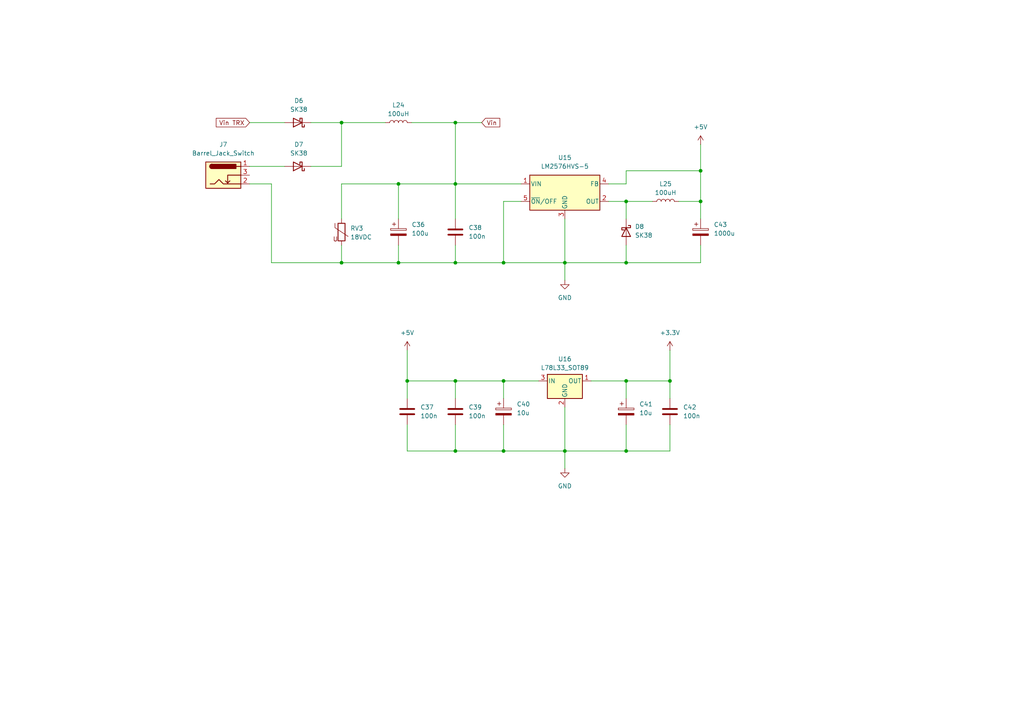
<source format=kicad_sch>
(kicad_sch (version 20231120) (generator "eeschema") (generator_version "8.0")
  (paper "A4")
  (title_block (rev "0.1"))
  (lib_symbols
    (symbol "Connector:Barrel_Jack_Switch" (pin_names hide)
      (property "Reference" "J" (at 0 5.334 0))
      (property "Value" "Barrel_Jack_Switch" (at 0 -5.08 0))
      (symbol "Barrel_Jack_Switch_0_1"
        (rectangle (start -5.08 3.81) (end 5.08 -3.81) (stroke (width 0.254)) (fill (type background)))
        (arc (start -3.302 3.175) (mid -3.9343 2.54) (end -3.302 1.905) (stroke (width 0.254)))
        (arc (start -3.302 3.175) (mid -3.9343 2.54) (end -3.302 1.905) (stroke (width 0.254)) (fill (type outline)))
        (polyline (pts (xy 1.27 -2.286) (xy 1.905 -1.651)) (stroke (width 0.254)))
        (polyline (pts (xy 5.08 2.54) (xy 3.81 2.54)) (stroke (width 0.254)))
        (polyline (pts (xy 5.08 0) (xy 1.27 0) (xy 1.27 -2.286) (xy 0.635 -1.651)) (stroke (width 0.254)))
        (polyline (pts (xy -3.81 -2.54) (xy -2.54 -2.54) (xy -1.27 -1.27) (xy 0 -2.54) (xy 2.54 -2.54) (xy 5.08 -2.54)) (stroke (width 0.254)))
        (rectangle (start 3.683 3.175) (end -3.302 1.905) (stroke (width 0.254)) (fill (type outline)))
      )
      (symbol "Barrel_Jack_Switch_1_1"
        (pin passive line (at 7.62 2.54 180) (length 2.54) (name "~") (number "1"))
        (pin passive line (at 7.62 -2.54 180) (length 2.54) (name "~") (number "2"))
        (pin passive line (at 7.62 0 180) (length 2.54) (name "~") (number "3"))
      )
    )
    (symbol "Device:C" (pin_numbers hide) (pin_names (offset 0.254))
      (property "Reference" "C" (at 0.635 2.54 0))
      (property "Value" "C" (at 0.635 -2.54 0))
      (symbol "C_0_1"
        (polyline (pts (xy -2.032 -0.762) (xy 2.032 -0.762)) (stroke (width 0.508)))
        (polyline (pts (xy -2.032 0.762) (xy 2.032 0.762)) (stroke (width 0.508)))
      )
      (symbol "C_1_1"
        (pin passive line (at 0 3.81 270) (length 2.794) (name "~") (number "1"))
        (pin passive line (at 0 -3.81 90) (length 2.794) (name "~") (number "2"))
      )
    )
    (symbol "Device:C_Polarized" (pin_numbers hide) (pin_names (offset 0.254))
      (property "Reference" "C" (at 0.635 2.54 0))
      (property "Value" "C_Polarized" (at 0.635 -2.54 0))
      (symbol "C_Polarized_0_1"
        (rectangle (start -2.286 0.508) (end 2.286 1.016))
        (polyline (pts (xy -1.778 2.286) (xy -0.762 2.286)))
        (polyline (pts (xy -1.27 2.794) (xy -1.27 1.778)))
        (rectangle (start 2.286 -0.508) (end -2.286 -1.016) (fill (type outline)))
      )
      (symbol "C_Polarized_1_1"
        (pin passive line (at 0 3.81 270) (length 2.794) (name "~") (number "1"))
        (pin passive line (at 0 -3.81 90) (length 2.794) (name "~") (number "2"))
      )
    )
    (symbol "Device:L" (pin_numbers hide) (pin_names (offset 1.016) hide)
      (property "Reference" "L" (at -1.27 0 90))
      (property "Value" "L" (at 1.905 0 90))
      (symbol "L_0_1"
        (arc (start 0 -2.54) (mid 0.6323 -1.905) (end 0 -1.27))
        (arc (start 0 -1.27) (mid 0.6323 -0.635) (end 0 0))
        (arc (start 0 0) (mid 0.6323 0.635) (end 0 1.27))
        (arc (start 0 1.27) (mid 0.6323 1.905) (end 0 2.54))
      )
      (symbol "L_1_1"
        (pin passive line (at 0 3.81 270) (length 1.27) (name "1") (number "1"))
        (pin passive line (at 0 -3.81 90) (length 1.27) (name "2") (number "2"))
      )
    )
    (symbol "Device:Varistor" (pin_numbers hide) (pin_names (offset 0))
      (property "Reference" "RV" (at 3.175 0 90))
      (property "Value" "Varistor" (at -3.175 0 90))
      (symbol "Varistor_0_0"
        (text "U" (at -1.778 -2.032 0) (effects (font (size 1.27 1.27))))
      )
      (symbol "Varistor_0_1"
        (rectangle (start -1.016 -2.54) (end 1.016 2.54) (stroke (width 0.254)))
        (polyline (pts (xy -1.905 2.54) (xy -1.905 1.27) (xy 1.905 -1.27)))
      )
      (symbol "Varistor_1_1"
        (pin passive line (at 0 3.81 270) (length 1.27) (name "~") (number "1"))
        (pin passive line (at 0 -3.81 90) (length 1.27) (name "~") (number "2"))
      )
    )
    (symbol "My_Parts:SK38" (pin_numbers hide) (pin_names (offset 1.016) hide)
      (property "Reference" "D" (at 0 2.54 0))
      (property "Value" "SK38" (at 0 -2.54 0))
      (symbol "SK38_0_1"
        (polyline (pts (xy 1.27 0) (xy -1.27 0)))
        (polyline (pts (xy 1.27 1.27) (xy 1.27 -1.27) (xy -1.27 0) (xy 1.27 1.27)) (stroke (width 0.254)))
        (polyline (pts (xy -1.905 0.635) (xy -1.905 1.27) (xy -1.27 1.27) (xy -1.27 -1.27) (xy -0.635 -1.27) (xy -0.635 -0.635)) (stroke (width 0.254)))
      )
      (symbol "SK38_1_1"
        (pin passive line (at -3.81 0 0) (length 2.54) (name "K") (number "1"))
        (pin passive line (at 3.81 0 180) (length 2.54) (name "A") (number "2"))
      )
    )
    (symbol "Regulator_Linear:L78L33_SOT89" (pin_names (offset 0.254))
      (property "Reference" "U" (at -3.81 3.175 0))
      (property "Value" "L78L33_SOT89" (at -0.635 3.175 0))
      (symbol "L78L33_SOT89_0_1"
        (rectangle (start -5.08 1.905) (end 5.08 -5.08) (stroke (width 0.254)) (fill (type background)))
      )
      (symbol "L78L33_SOT89_1_1"
        (pin power_out line (at 7.62 0 180) (length 2.54) (name "OUT") (number "1"))
        (pin power_in line (at 0 -7.62 90) (length 2.54) (name "GND") (number "2"))
        (pin power_in line (at -7.62 0 0) (length 2.54) (name "IN") (number "3"))
      )
    )
    (symbol "Regulator_Switching:LM2576HVS-5" (pin_names (offset 0.254))
      (property "Reference" "U" (at -10.16 6.35 0))
      (property "Value" "LM2576HVS-5" (at 0 6.35 0))
      (symbol "LM2576HVS-5_0_1"
        (rectangle (start -10.16 5.08) (end 10.16 -5.08) (stroke (width 0.254)) (fill (type background)))
      )
      (symbol "LM2576HVS-5_1_1"
        (pin power_in line (at -12.7 2.54 0) (length 2.54) (name "VIN") (number "1"))
        (pin output line (at 12.7 -2.54 180) (length 2.54) (name "OUT") (number "2"))
        (pin power_in line (at 0 -7.62 90) (length 2.54) (name "GND") (number "3"))
        (pin input line (at 12.7 2.54 180) (length 2.54) (name "FB") (number "4"))
        (pin input line (at -12.7 -2.54 0) (length 2.54) (name "~{ON}/OFF") (number "5"))
      )
    )
    (symbol "power:+3.3V" (power) (pin_numbers hide) (pin_names (offset 0) hide)
      (property "Value" "+3.3V" (at 0 3.556 0))
      (symbol "+3.3V_0_1"
        (polyline (pts (xy -0.762 1.27) (xy 0 2.54)))
        (polyline (pts (xy 0 0) (xy 0 2.54)))
        (polyline (pts (xy 0 2.54) (xy 0.762 1.27)))
      )
      (symbol "+3.3V_1_1"
        (pin power_in line (at 0 0 90) (length 0) (name "~") (number "1"))
      )
    )
    (symbol "power:+5V" (power) (pin_numbers hide) (pin_names (offset 0) hide)
      (property "Value" "+5V" (at 0 3.556 0))
      (symbol "+5V_0_1"
        (polyline (pts (xy -0.762 1.27) (xy 0 2.54)))
        (polyline (pts (xy 0 0) (xy 0 2.54)))
        (polyline (pts (xy 0 2.54) (xy 0.762 1.27)))
      )
      (symbol "+5V_1_1"
        (pin power_in line (at 0 0 90) (length 0) (name "~") (number "1"))
      )
    )
    (symbol "power:GND" (power) (pin_numbers hide) (pin_names (offset 0) hide)
      (property "Value" "GND" (at 0 -3.81 0))
      (symbol "GND_0_1"
        (polyline (pts (xy 0 0) (xy 0 -1.27) (xy 1.27 -1.27) (xy 0 -2.54) (xy -1.27 -1.27) (xy 0 -1.27)))
      )
      (symbol "GND_1_1"
        (pin power_in line (at 0 0 270) (length 0) (name "~") (number "1"))
      )
    )
  )
  (junction (at 181.61 110.49))
  (junction (at 146.05 130.81))
  (junction (at 146.05 76.2))
  (junction (at 181.61 58.42))
  (junction (at 203.2 49.53))
  (junction (at 132.08 130.81))
  (junction (at 132.08 53.34))
  (junction (at 118.11 110.49))
  (junction (at 132.08 76.2))
  (junction (at 181.61 130.81))
  (junction (at 146.05 110.49))
  (junction (at 194.31 110.49))
  (junction (at 99.06 76.2))
  (junction (at 99.06 35.56))
  (junction (at 132.08 110.49))
  (junction (at 163.83 130.81))
  (junction (at 163.83 76.2))
  (junction (at 203.2 58.42))
  (junction (at 132.08 35.56))
  (junction (at 181.61 76.2))
  (junction (at 115.57 76.2))
  (junction (at 115.57 53.34))
  (wire (pts (xy 115.57 76.2) (xy 132.08 76.2)))
  (wire (pts (xy 194.31 130.81) (xy 194.31 123.19)))
  (wire (pts (xy 132.08 76.2) (xy 146.05 76.2)))
  (wire (pts (xy 181.61 63.5) (xy 181.61 58.42)))
  (wire (pts (xy 132.08 53.34) (xy 151.13 53.34)))
  (wire (pts (xy 132.08 35.56) (xy 132.08 53.34)))
  (wire (pts (xy 115.57 63.5) (xy 115.57 53.34)))
  (wire (pts (xy 196.85 58.42) (xy 203.2 58.42)))
  (wire (pts (xy 99.06 76.2) (xy 115.57 76.2)))
  (wire (pts (xy 146.05 110.49) (xy 146.05 115.57)))
  (wire (pts (xy 146.05 76.2) (xy 163.83 76.2)))
  (wire (pts (xy 132.08 123.19) (xy 132.08 130.81)))
  (wire (pts (xy 118.11 123.19) (xy 118.11 130.81)))
  (wire (pts (xy 132.08 71.12) (xy 132.08 76.2)))
  (wire (pts (xy 203.2 49.53) (xy 203.2 58.42)))
  (wire (pts (xy 181.61 58.42) (xy 189.23 58.42)))
  (wire (pts (xy 78.74 53.34) (xy 78.74 76.2)))
  (wire (pts (xy 163.83 63.5) (xy 163.83 76.2)))
  (wire (pts (xy 118.11 130.81) (xy 132.08 130.81)))
  (wire (pts (xy 181.61 123.19) (xy 181.61 130.81)))
  (wire (pts (xy 119.38 35.56) (xy 132.08 35.56)))
  (wire (pts (xy 163.83 130.81) (xy 181.61 130.81)))
  (wire (pts (xy 132.08 130.81) (xy 146.05 130.81)))
  (wire (pts (xy 72.39 48.26) (xy 82.55 48.26)))
  (wire (pts (xy 181.61 49.53) (xy 203.2 49.53)))
  (wire (pts (xy 118.11 110.49) (xy 118.11 115.57)))
  (wire (pts (xy 78.74 76.2) (xy 99.06 76.2)))
  (wire (pts (xy 132.08 63.5) (xy 132.08 53.34)))
  (wire (pts (xy 176.53 53.34) (xy 181.61 53.34)))
  (wire (pts (xy 99.06 63.5) (xy 99.06 53.34)))
  (wire (pts (xy 115.57 53.34) (xy 132.08 53.34)))
  (wire (pts (xy 163.83 76.2) (xy 163.83 81.28)))
  (wire (pts (xy 203.2 58.42) (xy 203.2 63.5)))
  (wire (pts (xy 181.61 130.81) (xy 194.31 130.81)))
  (wire (pts (xy 90.17 35.56) (xy 99.06 35.56)))
  (wire (pts (xy 99.06 35.56) (xy 111.76 35.56)))
  (wire (pts (xy 181.61 110.49) (xy 194.31 110.49)))
  (wire (pts (xy 146.05 110.49) (xy 132.08 110.49)))
  (wire (pts (xy 171.45 110.49) (xy 181.61 110.49)))
  (wire (pts (xy 146.05 130.81) (xy 163.83 130.81)))
  (wire (pts (xy 132.08 110.49) (xy 132.08 115.57)))
  (wire (pts (xy 72.39 53.34) (xy 78.74 53.34)))
  (wire (pts (xy 163.83 130.81) (xy 163.83 135.89)))
  (wire (pts (xy 99.06 71.12) (xy 99.06 76.2)))
  (wire (pts (xy 181.61 53.34) (xy 181.61 49.53)))
  (wire (pts (xy 203.2 41.91) (xy 203.2 49.53)))
  (wire (pts (xy 194.31 101.6) (xy 194.31 110.49)))
  (wire (pts (xy 99.06 53.34) (xy 115.57 53.34)))
  (wire (pts (xy 194.31 110.49) (xy 194.31 115.57)))
  (wire (pts (xy 181.61 110.49) (xy 181.61 115.57)))
  (wire (pts (xy 132.08 110.49) (xy 118.11 110.49)))
  (wire (pts (xy 181.61 58.42) (xy 176.53 58.42)))
  (wire (pts (xy 181.61 76.2) (xy 163.83 76.2)))
  (wire (pts (xy 115.57 71.12) (xy 115.57 76.2)))
  (wire (pts (xy 163.83 118.11) (xy 163.83 130.81)))
  (wire (pts (xy 99.06 35.56) (xy 99.06 48.26)))
  (wire (pts (xy 151.13 58.42) (xy 146.05 58.42)))
  (wire (pts (xy 118.11 101.6) (xy 118.11 110.49)))
  (wire (pts (xy 90.17 48.26) (xy 99.06 48.26)))
  (wire (pts (xy 132.08 35.56) (xy 139.7 35.56)))
  (wire (pts (xy 146.05 123.19) (xy 146.05 130.81)))
  (wire (pts (xy 72.39 35.56) (xy 82.55 35.56)))
  (wire (pts (xy 146.05 58.42) (xy 146.05 76.2)))
  (wire (pts (xy 156.21 110.49) (xy 146.05 110.49)))
  (wire (pts (xy 203.2 71.12) (xy 203.2 76.2)))
  (wire (pts (xy 203.2 76.2) (xy 181.61 76.2)))
  (wire (pts (xy 181.61 71.12) (xy 181.61 76.2)))
  (global_label "Vin" (shape input) (at 139.7 35.56 0) (property "Intersheetrefs" "${INTERSHEET_REFS}" (effects (hide yes))))
  (global_label "Vin TRX" (shape input) (at 72.39 35.56 180) (property "Intersheetrefs" "${INTERSHEET_REFS}" (effects (hide yes))))
  (symbol (lib_id "Regulator_Switching:LM2576HVS-5") (at 163.83 55.88 0) (unit 1)
    (property "Reference" "U15" (at 163.83 45.72 0))
    (property "Value" "LM2576HVS-5" (at 163.83 48.26 0))
    (property "Footprint" "Package_TO_SOT_SMD:TO-263-5_TabPin6" (effects (hide yes)))
    (property "Datasheet" "http://www.ti.com/lit/ds/symlink/lm2576.pdf" (effects (hide yes)))
    (property "Description" "5V 3A, SIMPLE SWITCHER® Step-Down Voltage Regulator, High Voltage Input, TO-263" (effects (hide yes)))
    (property "MPN" "LM2576HVS-5" (effects (hide yes)))
  )
  (symbol (lib_id "Device:L") (at 115.57 35.56 90) (unit 1)
    (property "Reference" "L24" (at 115.57 30.48 90))
    (property "Value" "100uH" (at 115.57 33.02 90))
    (property "Footprint" "Inductor_SMD:L_SXN_SMDRI124" (effects (hide yes)))
    (property "Description" "Inductor" (effects (hide yes)))
    (property "MPN" "C10150" (effects (hide yes)))
  )
  (symbol (lib_id "Device:C") (at 132.08 67.31 0) (unit 1)
    (property "Reference" "C38" (at 135.89 66.0399 0) (effects (justify left)))
    (property "Value" "100n" (at 135.89 68.5799 0) (effects (justify left)))
    (property "Footprint" "Capacitor_SMD:C_0201_0603Metric" (effects (hide yes)))
    (property "Description" "Unpolarized capacitor" (effects (hide yes)))
    (property "MPN" "C1590" (effects (hide yes)))
  )
  (symbol (lib_id "Device:Varistor") (at 99.06 67.31 0) (unit 1)
    (property "Reference" "RV3" (at 101.6 66.2332 0) (effects (justify left)))
    (property "Value" "18VDC" (at 101.6 68.7732 0) (effects (justify left)))
    (property "Footprint" "Varistor:RV_Disc_D12mm_W3.9mm_P7.5mm" (effects (hide yes)))
    (property "Description" "Voltage dependent resistor" (effects (hide yes)))
    (property "Sim.Name" "kicad_builtin_varistor" (effects (hide yes)))
    (property "Sim.Device" "SUBCKT" (effects (hide yes)))
    (property "Sim.Pins" "1=A 2=B" (effects (hide yes)))
    (property "Sim.Params" "threshold=1k" (effects (hide yes)))
    (property "Sim.Library" "${KICAD7_SYMBOL_DIR}/Simulation_SPICE.sp" (effects (hide yes)))
  )
  (symbol (lib_id "power:GND") (at 163.83 135.89 0) (unit 1)
    (property "Reference" "#PWR58" (effects (hide yes)))
    (property "Value" "GND" (at 163.83 140.97 0))
    (property "Description" "Power symbol creates a global label with name \"GND\" , ground" (effects (hide yes)))
  )
  (symbol (lib_id "Device:C_Polarized") (at 146.05 119.38 0) (unit 1)
    (property "Reference" "C40" (at 149.86 117.2209 0) (effects (justify left)))
    (property "Value" "10u" (at 149.86 119.7609 0) (effects (justify left)))
    (property "Footprint" "Capacitor_SMD:CP_Elec_4x5.4" (effects (hide yes)))
    (property "Description" "Polarized capacitor" (effects (hide yes)))
    (property "MPN" "C2029" (effects (hide yes)))
  )
  (symbol (lib_id "Device:C") (at 194.31 119.38 0) (unit 1)
    (property "Reference" "C42" (at 198.12 118.1099 0) (effects (justify left)))
    (property "Value" "100n" (at 198.12 120.6499 0) (effects (justify left)))
    (property "Footprint" "Capacitor_SMD:C_0201_0603Metric" (effects (hide yes)))
    (property "Description" "Unpolarized capacitor" (effects (hide yes)))
    (property "MPN" "C1590" (effects (hide yes)))
  )
  (symbol (lib_id "Connector:Barrel_Jack_Switch") (at 64.77 50.8 0) (unit 1)
    (property "Reference" "J7" (at 64.77 41.91 0))
    (property "Value" "Barrel_Jack_Switch" (at 64.77 44.45 0))
    (property "Footprint" "MyFootprints:BarrelJack_Horizontal" (effects (hide yes)))
    (property "Description" "DC Barrel Jack with an internal switch" (effects (hide yes)))
  )
  (symbol (lib_id "power:+5V") (at 203.2 41.91 0) (unit 1)
    (property "Reference" "#PWR60" (effects (hide yes)))
    (property "Value" "+5V" (at 203.2 36.83 0))
    (property "Description" "Power symbol creates a global label with name \"+5V\"" (effects (hide yes)))
  )
  (symbol (lib_id "Device:C") (at 132.08 119.38 0) (unit 1)
    (property "Reference" "C39" (at 135.89 118.1099 0) (effects (justify left)))
    (property "Value" "100n" (at 135.89 120.6499 0) (effects (justify left)))
    (property "Footprint" "Capacitor_SMD:C_0201_0603Metric" (effects (hide yes)))
    (property "Description" "Unpolarized capacitor" (effects (hide yes)))
    (property "MPN" "C1590" (effects (hide yes)))
  )
  (symbol (lib_id "My_Parts:SK38") (at 86.36 48.26 180) (unit 1)
    (property "Reference" "D7" (at 86.6775 41.91 0))
    (property "Value" "SK38" (at 86.6775 44.45 0))
    (property "Footprint" "Diode_SMD:D_SMB" (effects (hide yes)))
    (property "Datasheet" "https://diotec.com/request/datasheet/sk32.pdf" (effects (hide yes)))
    (property "Description" "Schottky diode, Vr max 80V, Io 3A, Vf max 850mV @ 3A" (effects (hide yes)))
    (property "MPN" "C28646291" (effects (hide yes)))
  )
  (symbol (lib_id "Device:C") (at 118.11 119.38 0) (unit 1)
    (property "Reference" "C37" (at 121.92 118.1099 0) (effects (justify left)))
    (property "Value" "100n" (at 121.92 120.6499 0) (effects (justify left)))
    (property "Footprint" "Capacitor_SMD:C_0201_0603Metric" (effects (hide yes)))
    (property "Description" "Unpolarized capacitor" (effects (hide yes)))
    (property "MPN" "C1590" (effects (hide yes)))
  )
  (symbol (lib_id "Device:L") (at 193.04 58.42 90) (unit 1)
    (property "Reference" "L25" (at 193.04 53.34 90))
    (property "Value" "100uH" (at 193.04 55.88 90))
    (property "Footprint" "Inductor_SMD:L_SXN_SMDRI124" (effects (hide yes)))
    (property "Description" "Inductor" (effects (hide yes)))
    (property "MPN" "C10150" (effects (hide yes)))
  )
  (symbol (lib_id "Device:C_Polarized") (at 181.61 119.38 0) (unit 1)
    (property "Reference" "C41" (at 185.42 117.2209 0) (effects (justify left)))
    (property "Value" "10u" (at 185.42 119.7609 0) (effects (justify left)))
    (property "Footprint" "Capacitor_SMD:CP_Elec_4x5.4" (effects (hide yes)))
    (property "Description" "Polarized capacitor" (effects (hide yes)))
    (property "MPN" "C2029" (effects (hide yes)))
  )
  (symbol (lib_id "power:GND") (at 163.83 81.28 0) (unit 1)
    (property "Reference" "#PWR57" (effects (hide yes)))
    (property "Value" "GND" (at 163.83 86.36 0))
    (property "Description" "Power symbol creates a global label with name \"GND\" , ground" (effects (hide yes)))
  )
  (symbol (lib_id "power:+5V") (at 118.11 101.6 0) (unit 1)
    (property "Reference" "#PWR56" (effects (hide yes)))
    (property "Value" "+5V" (at 118.11 96.52 0))
    (property "Description" "Power symbol creates a global label with name \"+5V\"" (effects (hide yes)))
  )
  (symbol (lib_id "Device:C_Polarized") (at 115.57 67.31 0) (unit 1)
    (property "Reference" "C36" (at 119.38 65.1509 0) (effects (justify left)))
    (property "Value" "100u" (at 119.38 67.6909 0) (effects (justify left)))
    (property "Footprint" "Capacitor_SMD:CP_Elec_6.3x7.7" (effects (hide yes)))
    (property "Description" "Polarized capacitor" (effects (hide yes)))
    (property "MPN" "C3338" (effects (hide yes)))
  )
  (symbol (lib_id "Device:C_Polarized") (at 203.2 67.31 0) (unit 1)
    (property "Reference" "C43" (at 207.01 65.1509 0) (effects (justify left)))
    (property "Value" "1000u" (at 207.01 67.6909 0) (effects (justify left)))
    (property "Footprint" "Capacitor_SMD:CP_Elec_8x10.5" (effects (hide yes)))
    (property "Description" "Polarized capacitor" (effects (hide yes)))
    (property "MPN" "C42851" (effects (hide yes)))
  )
  (symbol (lib_id "My_Parts:SK38") (at 181.61 67.31 270) (unit 1)
    (property "Reference" "D8" (at 184.15 65.7224 90) (effects (justify left)))
    (property "Value" "SK38" (at 184.15 68.2624 90) (effects (justify left)))
    (property "Footprint" "Diode_SMD:D_SMB" (effects (hide yes)))
    (property "Datasheet" "https://diotec.com/request/datasheet/sk32.pdf" (effects (hide yes)))
    (property "Description" "Schottky diode, Vr max 80V, Io 3A, Vf max 850mV @ 3A" (effects (hide yes)))
    (property "MPN" "C28646291" (effects (hide yes)))
  )
  (symbol (lib_id "Regulator_Linear:L78L33_SOT89") (at 163.83 110.49 0) (unit 1)
    (property "Reference" "U16" (at 163.83 104.14 0))
    (property "Value" "L78L33_SOT89" (at 163.83 106.68 0))
    (property "Footprint" "Package_TO_SOT_SMD:SOT-89-3" (effects (hide yes)))
    (property "Datasheet" "http://www.st.com/content/ccc/resource/technical/document/datasheet/15/55/e5/aa/23/5b/43/fd/CD00000446.pdf/files/CD00000446.pdf/jcr:content/translations/en.CD00000446.pdf" (effects (hide yes)))
    (property "Description" "Positive 100mA 30V Linear Regulator, Fixed Output 3.3V, SOT-89" (effects (hide yes)))
    (property "MPN" "C14170" (effects (hide yes)))
  )
  (symbol (lib_id "power:+3.3V") (at 194.31 101.6 0) (unit 1)
    (property "Reference" "#PWR59" (effects (hide yes)))
    (property "Value" "+3.3V" (at 194.31 96.52 0))
    (property "Description" "Power symbol creates a global label with name \"+3.3V\"" (effects (hide yes)))
  )
  (symbol (lib_id "My_Parts:SK38") (at 86.36 35.56 180) (unit 1)
    (property "Reference" "D6" (at 86.6775 29.21 0))
    (property "Value" "SK38" (at 86.6775 31.75 0))
    (property "Footprint" "Diode_SMD:D_SMB" (effects (hide yes)))
    (property "Datasheet" "https://diotec.com/request/datasheet/sk32.pdf" (effects (hide yes)))
    (property "Description" "Schottky diode, Vr max 80V, Io 3A, Vf max 850mV @ 3A" (effects (hide yes)))
    (property "MPN" "C28646291" (effects (hide yes)))
  )
)
</source>
